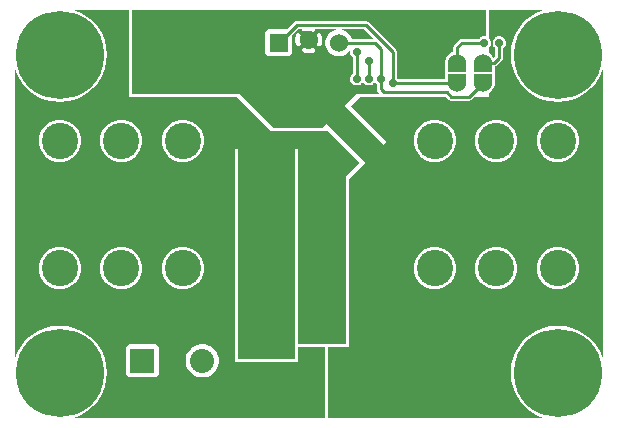
<source format=gbr>
G04 start of page 3 for group 1 idx 1 *
G04 Title: (unknown), solder *
G04 Creator: pcb 20140316 *
G04 CreationDate: Sun 30 Dec 2018 08:06:51 PM GMT UTC *
G04 For: railfan *
G04 Format: Gerber/RS-274X *
G04 PCB-Dimensions (mil): 2200.00 1600.00 *
G04 PCB-Coordinate-Origin: lower left *
%MOIN*%
%FSLAX25Y25*%
%LNBOTTOM*%
%ADD46C,0.0480*%
%ADD45C,0.1010*%
%ADD44C,0.1285*%
%ADD43C,0.0380*%
%ADD42C,0.0120*%
%ADD41C,0.0280*%
%ADD40R,0.0300X0.0300*%
%ADD39C,0.0800*%
%ADD38C,0.1210*%
%ADD37C,0.2937*%
%ADD36C,0.0600*%
%ADD35C,0.0100*%
%ADD34C,0.0001*%
G54D34*G36*
X110002Y148000D02*X169000D01*
Y139142D01*
X168845Y139180D01*
X168500Y139207D01*
X168155Y139180D01*
X167818Y139099D01*
X167498Y138966D01*
X167203Y138785D01*
X166940Y138560D01*
X166717Y138300D01*
X161051D01*
X161000Y138304D01*
X160796Y138288D01*
X160597Y138240D01*
X160408Y138162D01*
X160234Y138055D01*
X160233Y138055D01*
X160078Y137922D01*
X160045Y137883D01*
X158617Y136455D01*
X158578Y136422D01*
X158445Y136266D01*
X158338Y136092D01*
X158260Y135903D01*
X158212Y135704D01*
X158212Y135704D01*
X158196Y135500D01*
X158200Y135449D01*
Y134191D01*
X157678Y133975D01*
X157142Y133646D01*
X156663Y133237D01*
X156254Y132758D01*
X155925Y132222D01*
X155684Y131640D01*
X155537Y131028D01*
X155488Y130400D01*
X155500Y130237D01*
X155509Y127243D01*
X155546Y127090D01*
X155583Y127000D01*
X155546Y126910D01*
X155509Y126757D01*
X155500Y126600D01*
X155505Y124800D01*
X139783D01*
X139560Y125060D01*
X139300Y125283D01*
Y133949D01*
X139304Y134000D01*
X139288Y134204D01*
X139288Y134204D01*
X139240Y134403D01*
X139162Y134592D01*
X139055Y134766D01*
X138922Y134922D01*
X138883Y134955D01*
X129955Y143883D01*
X129922Y143922D01*
X129766Y144055D01*
X129592Y144162D01*
X129403Y144240D01*
X129204Y144288D01*
X129204Y144288D01*
X129000Y144304D01*
X128949Y144300D01*
X110002D01*
Y148000D01*
G37*
G36*
X124700Y132217D02*Y126783D01*
X124440Y126560D01*
X124215Y126297D01*
X124034Y126002D01*
X123901Y125682D01*
X123820Y125345D01*
X123793Y125000D01*
X123820Y124655D01*
X123901Y124318D01*
X124034Y123998D01*
X124215Y123703D01*
X124440Y123440D01*
X124703Y123215D01*
X124998Y123034D01*
X125318Y122901D01*
X125655Y122820D01*
X126000Y122793D01*
X126345Y122820D01*
X126682Y122901D01*
X127002Y123034D01*
X127297Y123215D01*
X127560Y123440D01*
X127785Y123703D01*
X127966Y123998D01*
X128000Y124080D01*
X128034Y123998D01*
X128215Y123703D01*
X128440Y123440D01*
X128703Y123215D01*
X128998Y123034D01*
X129318Y122901D01*
X129655Y122820D01*
X130000Y122793D01*
X130345Y122820D01*
X130682Y122901D01*
X131002Y123034D01*
X131297Y123215D01*
X131560Y123440D01*
X131785Y123703D01*
X131966Y123998D01*
X132000Y124080D01*
X132034Y123998D01*
X132215Y123703D01*
X132440Y123440D01*
X132700Y123217D01*
Y121551D01*
X132696Y121500D01*
X132712Y121296D01*
Y121296D01*
X132724Y121248D01*
X132760Y121097D01*
X132838Y120908D01*
X132945Y120734D01*
X132945Y120733D01*
X133078Y120578D01*
X133117Y120545D01*
X133662Y120000D01*
X126000D01*
X114500Y108500D01*
X113613D01*
Y135853D01*
X113656Y135860D01*
X113768Y135897D01*
X113873Y135952D01*
X113968Y136022D01*
X114051Y136106D01*
X114119Y136202D01*
X114170Y136308D01*
X114318Y136716D01*
X114422Y137137D01*
X114484Y137567D01*
X114505Y138000D01*
X114484Y138433D01*
X114422Y138863D01*
X114318Y139284D01*
X114175Y139694D01*
X114122Y139800D01*
X114053Y139896D01*
X113970Y139981D01*
X113875Y140051D01*
X113769Y140106D01*
X113657Y140143D01*
X113613Y140151D01*
Y141700D01*
X128462D01*
X131862Y138300D01*
X124316D01*
X124293Y138395D01*
X124022Y139049D01*
X123652Y139653D01*
X123192Y140192D01*
X122653Y140652D01*
X122049Y141022D01*
X121395Y141293D01*
X120706Y141458D01*
X120000Y141514D01*
X119294Y141458D01*
X118605Y141293D01*
X117951Y141022D01*
X117347Y140652D01*
X116808Y140192D01*
X116348Y139653D01*
X115978Y139049D01*
X115707Y138395D01*
X115542Y137706D01*
X115486Y137000D01*
X115542Y136294D01*
X115707Y135605D01*
X115978Y134951D01*
X116348Y134347D01*
X116808Y133808D01*
X117347Y133348D01*
X117951Y132978D01*
X118605Y132707D01*
X119294Y132542D01*
X120000Y132486D01*
X120706Y132542D01*
X121395Y132707D01*
X122049Y132978D01*
X122653Y133348D01*
X123192Y133808D01*
X123652Y134347D01*
X123993Y134904D01*
X123901Y134682D01*
X123820Y134345D01*
X123793Y134000D01*
X123820Y133655D01*
X123901Y133318D01*
X124034Y132998D01*
X124215Y132703D01*
X124440Y132440D01*
X124700Y132217D01*
G37*
G36*
X113613Y108500D02*X110002D01*
Y133495D01*
X110433Y133516D01*
X110863Y133578D01*
X111284Y133682D01*
X111694Y133825D01*
X111800Y133878D01*
X111896Y133947D01*
X111981Y134030D01*
X112051Y134125D01*
X112106Y134231D01*
X112143Y134343D01*
X112163Y134460D01*
X112164Y134579D01*
X112146Y134696D01*
X112110Y134809D01*
X112057Y134915D01*
X111988Y135012D01*
X111905Y135096D01*
X111809Y135167D01*
X111704Y135221D01*
X111592Y135259D01*
X111475Y135278D01*
X111356Y135279D01*
X111239Y135261D01*
X111126Y135223D01*
X110855Y135124D01*
X110575Y135056D01*
X110289Y135014D01*
X110002Y135000D01*
Y141000D01*
X110289Y140986D01*
X110575Y140944D01*
X110855Y140876D01*
X111128Y140780D01*
X111239Y140742D01*
X111356Y140725D01*
X111474Y140725D01*
X111591Y140745D01*
X111703Y140782D01*
X111807Y140836D01*
X111902Y140906D01*
X111985Y140991D01*
X112054Y141087D01*
X112107Y141192D01*
X112143Y141305D01*
X112160Y141421D01*
X112159Y141539D01*
X112140Y141656D01*
X112125Y141700D01*
X113613D01*
Y140151D01*
X113540Y140163D01*
X113421Y140164D01*
X113304Y140146D01*
X113191Y140110D01*
X113085Y140057D01*
X112988Y139988D01*
X112904Y139905D01*
X112833Y139809D01*
X112779Y139704D01*
X112741Y139592D01*
X112722Y139475D01*
X112721Y139356D01*
X112739Y139239D01*
X112777Y139126D01*
X112876Y138855D01*
X112944Y138575D01*
X112986Y138289D01*
X113000Y138000D01*
X112986Y137711D01*
X112944Y137425D01*
X112876Y137145D01*
X112780Y136872D01*
X112742Y136761D01*
X112725Y136644D01*
X112725Y136526D01*
X112745Y136409D01*
X112782Y136297D01*
X112836Y136193D01*
X112906Y136098D01*
X112991Y136015D01*
X113087Y135946D01*
X113192Y135893D01*
X113305Y135857D01*
X113421Y135840D01*
X113539Y135841D01*
X113613Y135853D01*
Y108500D01*
G37*
G36*
X106387Y148000D02*X110002D01*
Y144300D01*
X106387D01*
Y148000D01*
G37*
G36*
X110002Y108500D02*X106387D01*
Y135849D01*
X106460Y135837D01*
X106579Y135836D01*
X106696Y135854D01*
X106809Y135890D01*
X106915Y135943D01*
X107012Y136012D01*
X107096Y136095D01*
X107167Y136191D01*
X107221Y136296D01*
X107259Y136408D01*
X107278Y136525D01*
X107279Y136644D01*
X107261Y136761D01*
X107223Y136874D01*
X107124Y137145D01*
X107056Y137425D01*
X107014Y137711D01*
X107000Y138000D01*
X107014Y138289D01*
X107056Y138575D01*
X107124Y138855D01*
X107220Y139128D01*
X107258Y139239D01*
X107275Y139356D01*
X107275Y139474D01*
X107255Y139591D01*
X107218Y139703D01*
X107164Y139807D01*
X107094Y139902D01*
X107009Y139985D01*
X106913Y140054D01*
X106808Y140107D01*
X106695Y140143D01*
X106579Y140160D01*
X106461Y140159D01*
X106387Y140147D01*
Y141548D01*
X106538Y141700D01*
X107871D01*
X107857Y141657D01*
X107837Y141540D01*
X107836Y141421D01*
X107854Y141304D01*
X107890Y141191D01*
X107943Y141085D01*
X108012Y140988D01*
X108095Y140904D01*
X108191Y140833D01*
X108296Y140779D01*
X108408Y140741D01*
X108525Y140722D01*
X108644Y140721D01*
X108761Y140739D01*
X108874Y140777D01*
X109145Y140876D01*
X109425Y140944D01*
X109711Y140986D01*
X110000Y141000D01*
X110002Y141000D01*
Y135000D01*
X110000Y135000D01*
X109711Y135014D01*
X109425Y135056D01*
X109145Y135124D01*
X108872Y135220D01*
X108761Y135258D01*
X108644Y135275D01*
X108526Y135275D01*
X108409Y135255D01*
X108297Y135218D01*
X108193Y135164D01*
X108098Y135094D01*
X108015Y135009D01*
X107946Y134913D01*
X107893Y134808D01*
X107857Y134695D01*
X107840Y134579D01*
X107841Y134461D01*
X107860Y134344D01*
X107897Y134232D01*
X107952Y134127D01*
X108022Y134032D01*
X108106Y133949D01*
X108202Y133881D01*
X108308Y133830D01*
X108716Y133682D01*
X109137Y133578D01*
X109567Y133516D01*
X110000Y133495D01*
X110002Y133495D01*
Y108500D01*
G37*
G36*
X106387D02*X98500D01*
X87000Y120000D01*
X51000D01*
Y148000D01*
X106387D01*
Y144300D01*
X106051D01*
X106000Y144304D01*
X105796Y144288D01*
X105597Y144240D01*
X105408Y144162D01*
X105234Y144055D01*
X105233Y144055D01*
X105078Y143922D01*
X105045Y143883D01*
X102661Y141499D01*
X96765Y141486D01*
X96535Y141431D01*
X96317Y141341D01*
X96116Y141217D01*
X95936Y141064D01*
X95783Y140884D01*
X95659Y140683D01*
X95569Y140465D01*
X95514Y140235D01*
X95500Y140000D01*
X95514Y133765D01*
X95569Y133535D01*
X95659Y133317D01*
X95783Y133116D01*
X95936Y132936D01*
X96116Y132783D01*
X96317Y132659D01*
X96535Y132569D01*
X96765Y132514D01*
X97000Y132500D01*
X103235Y132514D01*
X103465Y132569D01*
X103683Y132659D01*
X103884Y132783D01*
X104064Y132936D01*
X104217Y133116D01*
X104341Y133317D01*
X104431Y133535D01*
X104486Y133765D01*
X104500Y134000D01*
X104487Y139649D01*
X106387Y141548D01*
Y140147D01*
X106344Y140140D01*
X106232Y140103D01*
X106127Y140048D01*
X106032Y139978D01*
X105949Y139894D01*
X105881Y139798D01*
X105830Y139692D01*
X105682Y139284D01*
X105578Y138863D01*
X105516Y138433D01*
X105495Y138000D01*
X105516Y137567D01*
X105578Y137137D01*
X105682Y136716D01*
X105825Y136306D01*
X105878Y136200D01*
X105947Y136104D01*
X106030Y136019D01*
X106125Y135949D01*
X106231Y135894D01*
X106343Y135857D01*
X106387Y135849D01*
Y108500D01*
G37*
G36*
X131000Y95000D02*X115000Y111000D01*
X121000Y117000D01*
X137000Y101000D01*
X131000Y95000D01*
G37*
G36*
X106500Y35500D02*X115500D01*
Y12000D01*
X74492D01*
Y25484D01*
X74500Y25483D01*
X75363Y25551D01*
X76205Y25753D01*
X77005Y26084D01*
X77743Y26537D01*
X78401Y27099D01*
X78963Y27757D01*
X79416Y28495D01*
X79747Y29295D01*
X79949Y30137D01*
X80000Y31000D01*
X79949Y31863D01*
X79747Y32705D01*
X79416Y33505D01*
X78963Y34243D01*
X78401Y34901D01*
X77743Y35463D01*
X77005Y35916D01*
X76205Y36247D01*
X75363Y36449D01*
X74500Y36517D01*
X74492Y36516D01*
Y59100D01*
X74726Y59665D01*
X74985Y60744D01*
X75050Y61850D01*
X74985Y62956D01*
X74726Y64035D01*
X74492Y64600D01*
Y101600D01*
X74726Y102165D01*
X74985Y103244D01*
X75050Y104350D01*
X74985Y105456D01*
X74726Y106535D01*
X74492Y107100D01*
Y119000D01*
X86000D01*
X97500Y107500D01*
X116500D01*
X127000Y97000D01*
X122500Y92500D01*
Y36500D01*
X106500D01*
Y101500D01*
X105500D01*
Y31500D01*
X86500D01*
Y101500D01*
X85500D01*
Y30500D01*
X106500D01*
Y35500D01*
G37*
G36*
X74492Y107100D02*X74301Y107561D01*
X73721Y108507D01*
X73000Y109350D01*
X72157Y110071D01*
X71211Y110651D01*
X70185Y111076D01*
X69106Y111335D01*
X68000Y111422D01*
X67989Y111421D01*
Y119000D01*
X74492D01*
Y107100D01*
G37*
G36*
Y64600D02*X74301Y65061D01*
X73721Y66007D01*
X73000Y66850D01*
X72157Y67571D01*
X71211Y68151D01*
X70185Y68576D01*
X69106Y68835D01*
X68000Y68922D01*
X67989Y68921D01*
Y97279D01*
X68000Y97278D01*
X69106Y97365D01*
X70185Y97624D01*
X71211Y98049D01*
X72157Y98629D01*
X73000Y99350D01*
X73721Y100193D01*
X74301Y101139D01*
X74492Y101600D01*
Y64600D01*
G37*
G36*
Y12000D02*X67989D01*
Y54779D01*
X68000Y54778D01*
X69106Y54865D01*
X70185Y55124D01*
X71211Y55549D01*
X72157Y56129D01*
X73000Y56850D01*
X73721Y57693D01*
X74301Y58639D01*
X74492Y59100D01*
Y36516D01*
X73637Y36449D01*
X72795Y36247D01*
X71995Y35916D01*
X71257Y35463D01*
X70599Y34901D01*
X70037Y34243D01*
X69584Y33505D01*
X69253Y32705D01*
X69051Y31863D01*
X68983Y31000D01*
X69051Y30137D01*
X69253Y29295D01*
X69584Y28495D01*
X70037Y27757D01*
X70599Y27099D01*
X71257Y26537D01*
X71995Y26084D01*
X72795Y25753D01*
X73637Y25551D01*
X74492Y25484D01*
Y12000D01*
G37*
G36*
X67989D02*X54500D01*
Y25507D01*
X58735Y25514D01*
X58965Y25569D01*
X59183Y25659D01*
X59384Y25783D01*
X59564Y25936D01*
X59717Y26116D01*
X59841Y26317D01*
X59931Y26535D01*
X59986Y26765D01*
X60000Y27000D01*
X59986Y35235D01*
X59931Y35465D01*
X59841Y35683D01*
X59717Y35884D01*
X59564Y36064D01*
X59384Y36217D01*
X59183Y36341D01*
X58965Y36431D01*
X58735Y36486D01*
X58500Y36500D01*
X54500Y36493D01*
Y61003D01*
X54550Y61850D01*
X54500Y62697D01*
Y103503D01*
X54550Y104350D01*
X54500Y105197D01*
Y119000D01*
X67989D01*
Y111421D01*
X66894Y111335D01*
X65815Y111076D01*
X64789Y110651D01*
X63843Y110071D01*
X63000Y109350D01*
X62279Y108507D01*
X61699Y107561D01*
X61274Y106535D01*
X61015Y105456D01*
X60928Y104350D01*
X61015Y103244D01*
X61274Y102165D01*
X61699Y101139D01*
X62279Y100193D01*
X63000Y99350D01*
X63843Y98629D01*
X64789Y98049D01*
X65815Y97624D01*
X66894Y97365D01*
X67989Y97279D01*
Y68921D01*
X66894Y68835D01*
X65815Y68576D01*
X64789Y68151D01*
X63843Y67571D01*
X63000Y66850D01*
X62279Y66007D01*
X61699Y65061D01*
X61274Y64035D01*
X61015Y62956D01*
X60928Y61850D01*
X61015Y60744D01*
X61274Y59665D01*
X61699Y58639D01*
X62279Y57693D01*
X63000Y56850D01*
X63843Y56129D01*
X64789Y55549D01*
X65815Y55124D01*
X66894Y54865D01*
X67989Y54779D01*
Y12000D01*
G37*
G36*
X54500Y105197D02*X54485Y105456D01*
X54226Y106535D01*
X53801Y107561D01*
X53221Y108507D01*
X52500Y109350D01*
X51657Y110071D01*
X50711Y110651D01*
X49685Y111076D01*
X48606Y111335D01*
X47500Y111422D01*
X47489Y111421D01*
Y148000D01*
X50000D01*
Y119000D01*
X54500D01*
Y105197D01*
G37*
G36*
Y62697D02*X54485Y62956D01*
X54226Y64035D01*
X53801Y65061D01*
X53221Y66007D01*
X52500Y66850D01*
X51657Y67571D01*
X50711Y68151D01*
X49685Y68576D01*
X48606Y68835D01*
X47500Y68922D01*
X47489Y68921D01*
Y97279D01*
X47500Y97278D01*
X48606Y97365D01*
X49685Y97624D01*
X50711Y98049D01*
X51657Y98629D01*
X52500Y99350D01*
X53221Y100193D01*
X53801Y101139D01*
X54226Y102165D01*
X54485Y103244D01*
X54500Y103503D01*
Y62697D01*
G37*
G36*
Y12000D02*X47489D01*
Y54779D01*
X47500Y54778D01*
X48606Y54865D01*
X49685Y55124D01*
X50711Y55549D01*
X51657Y56129D01*
X52500Y56850D01*
X53221Y57693D01*
X53801Y58639D01*
X54226Y59665D01*
X54485Y60744D01*
X54500Y61003D01*
Y36493D01*
X50265Y36486D01*
X50035Y36431D01*
X49817Y36341D01*
X49616Y36217D01*
X49436Y36064D01*
X49283Y35884D01*
X49159Y35683D01*
X49069Y35465D01*
X49014Y35235D01*
X49000Y35000D01*
X49014Y26765D01*
X49069Y26535D01*
X49159Y26317D01*
X49283Y26116D01*
X49436Y25936D01*
X49616Y25783D01*
X49817Y25659D01*
X50035Y25569D01*
X50265Y25514D01*
X50500Y25500D01*
X54500Y25507D01*
Y12000D01*
G37*
G36*
X47489D02*X31705D01*
X31862Y12038D01*
X34142Y12982D01*
X36247Y14272D01*
X38124Y15876D01*
X39728Y17753D01*
X41018Y19858D01*
X41962Y22138D01*
X42539Y24539D01*
X42684Y27000D01*
X42539Y29461D01*
X41962Y31862D01*
X41018Y34142D01*
X39728Y36247D01*
X38124Y38124D01*
X36247Y39728D01*
X34142Y41018D01*
X31862Y41962D01*
X29461Y42539D01*
X27000Y42732D01*
X26989Y42732D01*
Y54779D01*
X27000Y54778D01*
X28106Y54865D01*
X29185Y55124D01*
X30211Y55549D01*
X31157Y56129D01*
X32000Y56850D01*
X32721Y57693D01*
X33301Y58639D01*
X33726Y59665D01*
X33985Y60744D01*
X34050Y61850D01*
X33985Y62956D01*
X33726Y64035D01*
X33301Y65061D01*
X32721Y66007D01*
X32000Y66850D01*
X31157Y67571D01*
X30211Y68151D01*
X29185Y68576D01*
X28106Y68835D01*
X27000Y68922D01*
X26989Y68921D01*
Y97279D01*
X27000Y97278D01*
X28106Y97365D01*
X29185Y97624D01*
X30211Y98049D01*
X31157Y98629D01*
X32000Y99350D01*
X32721Y100193D01*
X33301Y101139D01*
X33726Y102165D01*
X33985Y103244D01*
X34050Y104350D01*
X33985Y105456D01*
X33726Y106535D01*
X33301Y107561D01*
X32721Y108507D01*
X32000Y109350D01*
X31157Y110071D01*
X30211Y110651D01*
X29185Y111076D01*
X28106Y111335D01*
X27000Y111422D01*
X26989Y111421D01*
Y117268D01*
X27000Y117268D01*
X29461Y117461D01*
X31862Y118038D01*
X34142Y118982D01*
X36247Y120272D01*
X38124Y121876D01*
X39728Y123753D01*
X41018Y125858D01*
X41962Y128138D01*
X42539Y130539D01*
X42684Y133000D01*
X42539Y135461D01*
X41962Y137862D01*
X41018Y140142D01*
X39728Y142247D01*
X38124Y144124D01*
X36247Y145728D01*
X34142Y147018D01*
X31862Y147962D01*
X31705Y148000D01*
X47489D01*
Y111421D01*
X46394Y111335D01*
X45315Y111076D01*
X44289Y110651D01*
X43343Y110071D01*
X42500Y109350D01*
X41779Y108507D01*
X41199Y107561D01*
X40774Y106535D01*
X40515Y105456D01*
X40428Y104350D01*
X40515Y103244D01*
X40774Y102165D01*
X41199Y101139D01*
X41779Y100193D01*
X42500Y99350D01*
X43343Y98629D01*
X44289Y98049D01*
X45315Y97624D01*
X46394Y97365D01*
X47489Y97279D01*
Y68921D01*
X46394Y68835D01*
X45315Y68576D01*
X44289Y68151D01*
X43343Y67571D01*
X42500Y66850D01*
X41779Y66007D01*
X41199Y65061D01*
X40774Y64035D01*
X40515Y62956D01*
X40428Y61850D01*
X40515Y60744D01*
X40774Y59665D01*
X41199Y58639D01*
X41779Y57693D01*
X42500Y56850D01*
X43343Y56129D01*
X44289Y55549D01*
X45315Y55124D01*
X46394Y54865D01*
X47489Y54779D01*
Y12000D01*
G37*
G36*
X26989Y42732D02*X24539Y42539D01*
X22138Y41962D01*
X19858Y41018D01*
X17753Y39728D01*
X15876Y38124D01*
X14272Y36247D01*
X12982Y34142D01*
X12038Y31862D01*
X12000Y31705D01*
Y128295D01*
X12038Y128138D01*
X12982Y125858D01*
X14272Y123753D01*
X15876Y121876D01*
X17753Y120272D01*
X19858Y118982D01*
X22138Y118038D01*
X24539Y117461D01*
X26989Y117268D01*
Y111421D01*
X25894Y111335D01*
X24815Y111076D01*
X23789Y110651D01*
X22843Y110071D01*
X22000Y109350D01*
X21279Y108507D01*
X20699Y107561D01*
X20274Y106535D01*
X20015Y105456D01*
X19928Y104350D01*
X20015Y103244D01*
X20274Y102165D01*
X20699Y101139D01*
X21279Y100193D01*
X22000Y99350D01*
X22843Y98629D01*
X23789Y98049D01*
X24815Y97624D01*
X25894Y97365D01*
X26989Y97279D01*
Y68921D01*
X25894Y68835D01*
X24815Y68576D01*
X23789Y68151D01*
X22843Y67571D01*
X22000Y66850D01*
X21279Y66007D01*
X20699Y65061D01*
X20274Y64035D01*
X20015Y62956D01*
X19928Y61850D01*
X20015Y60744D01*
X20274Y59665D01*
X20699Y58639D01*
X21279Y57693D01*
X22000Y56850D01*
X22843Y56129D01*
X23789Y55549D01*
X24815Y55124D01*
X25894Y54865D01*
X26989Y54779D01*
Y42732D01*
G37*
G36*
X192989Y117268D02*X193000Y117268D01*
X195461Y117461D01*
X197862Y118038D01*
X200142Y118982D01*
X202247Y120272D01*
X204124Y121876D01*
X205728Y123753D01*
X207018Y125858D01*
X207962Y128138D01*
X208000Y128295D01*
Y31705D01*
X207962Y31862D01*
X207018Y34142D01*
X205728Y36247D01*
X204124Y38124D01*
X202247Y39728D01*
X200142Y41018D01*
X197862Y41962D01*
X195461Y42539D01*
X193000Y42732D01*
X192989Y42732D01*
Y54779D01*
X193000Y54778D01*
X194106Y54865D01*
X195185Y55124D01*
X196211Y55549D01*
X197157Y56129D01*
X198000Y56850D01*
X198721Y57693D01*
X199301Y58639D01*
X199726Y59665D01*
X199985Y60744D01*
X200050Y61850D01*
X199985Y62956D01*
X199726Y64035D01*
X199301Y65061D01*
X198721Y66007D01*
X198000Y66850D01*
X197157Y67571D01*
X196211Y68151D01*
X195185Y68576D01*
X194106Y68835D01*
X193000Y68922D01*
X192989Y68921D01*
Y97279D01*
X193000Y97278D01*
X194106Y97365D01*
X195185Y97624D01*
X196211Y98049D01*
X197157Y98629D01*
X198000Y99350D01*
X198721Y100193D01*
X199301Y101139D01*
X199726Y102165D01*
X199985Y103244D01*
X200050Y104350D01*
X199985Y105456D01*
X199726Y106535D01*
X199301Y107561D01*
X198721Y108507D01*
X198000Y109350D01*
X197157Y110071D01*
X196211Y110651D01*
X195185Y111076D01*
X194106Y111335D01*
X193000Y111422D01*
X192989Y111421D01*
Y117268D01*
G37*
G36*
X172489Y129237D02*X172492Y129238D01*
X172666Y129345D01*
X172822Y129478D01*
X172855Y129517D01*
X174383Y131045D01*
X174422Y131078D01*
X174555Y131233D01*
X174555Y131234D01*
X174662Y131408D01*
X174740Y131597D01*
X174788Y131796D01*
X174804Y132000D01*
X174800Y132051D01*
Y135217D01*
X175060Y135440D01*
X175285Y135703D01*
X175466Y135998D01*
X175599Y136318D01*
X175680Y136655D01*
X175700Y137000D01*
X175680Y137345D01*
X175599Y137682D01*
X175466Y138002D01*
X175285Y138297D01*
X175060Y138560D01*
X174797Y138785D01*
X174502Y138966D01*
X174182Y139099D01*
X173845Y139180D01*
X173500Y139207D01*
X173155Y139180D01*
X172818Y139099D01*
X172498Y138966D01*
X172489Y138961D01*
Y148000D01*
X188295D01*
X188138Y147962D01*
X185858Y147018D01*
X183753Y145728D01*
X181876Y144124D01*
X180272Y142247D01*
X178982Y140142D01*
X178038Y137862D01*
X177461Y135461D01*
X177268Y133000D01*
X177461Y130539D01*
X178038Y128138D01*
X178982Y125858D01*
X180272Y123753D01*
X181876Y121876D01*
X183753Y120272D01*
X185858Y118982D01*
X188138Y118038D01*
X190539Y117461D01*
X192989Y117268D01*
Y111421D01*
X191894Y111335D01*
X190815Y111076D01*
X189789Y110651D01*
X188843Y110071D01*
X188000Y109350D01*
X187279Y108507D01*
X186699Y107561D01*
X186274Y106535D01*
X186015Y105456D01*
X185928Y104350D01*
X186015Y103244D01*
X186274Y102165D01*
X186699Y101139D01*
X187279Y100193D01*
X188000Y99350D01*
X188843Y98629D01*
X189789Y98049D01*
X190815Y97624D01*
X191894Y97365D01*
X192989Y97279D01*
Y68921D01*
X191894Y68835D01*
X190815Y68576D01*
X189789Y68151D01*
X188843Y67571D01*
X188000Y66850D01*
X187279Y66007D01*
X186699Y65061D01*
X186274Y64035D01*
X186015Y62956D01*
X185928Y61850D01*
X186015Y60744D01*
X186274Y59665D01*
X186699Y58639D01*
X187279Y57693D01*
X188000Y56850D01*
X188843Y56129D01*
X189789Y55549D01*
X190815Y55124D01*
X191894Y54865D01*
X192989Y54779D01*
Y42732D01*
X190539Y42539D01*
X188138Y41962D01*
X185858Y41018D01*
X183753Y39728D01*
X181876Y38124D01*
X180272Y36247D01*
X178982Y34142D01*
X178038Y31862D01*
X177461Y29461D01*
X177268Y27000D01*
X177461Y24539D01*
X178038Y22138D01*
X178982Y19858D01*
X180272Y17753D01*
X181876Y15876D01*
X183753Y14272D01*
X185858Y12982D01*
X188138Y12038D01*
X188295Y12000D01*
X172489D01*
Y54779D01*
X172500Y54778D01*
X173606Y54865D01*
X174685Y55124D01*
X175711Y55549D01*
X176657Y56129D01*
X177500Y56850D01*
X178221Y57693D01*
X178801Y58639D01*
X179226Y59665D01*
X179485Y60744D01*
X179550Y61850D01*
X179485Y62956D01*
X179226Y64035D01*
X178801Y65061D01*
X178221Y66007D01*
X177500Y66850D01*
X176657Y67571D01*
X175711Y68151D01*
X174685Y68576D01*
X173606Y68835D01*
X172500Y68922D01*
X172489Y68921D01*
Y97279D01*
X172500Y97278D01*
X173606Y97365D01*
X174685Y97624D01*
X175711Y98049D01*
X176657Y98629D01*
X177500Y99350D01*
X178221Y100193D01*
X178801Y101139D01*
X179226Y102165D01*
X179485Y103244D01*
X179550Y104350D01*
X179485Y105456D01*
X179226Y106535D01*
X178801Y107561D01*
X178221Y108507D01*
X177500Y109350D01*
X176657Y110071D01*
X175711Y110651D01*
X174685Y111076D01*
X173606Y111335D01*
X172500Y111422D01*
X172489Y111421D01*
Y129237D01*
G37*
G36*
Y138961D02*X172203Y138785D01*
X171940Y138560D01*
X171715Y138297D01*
X171534Y138002D01*
X171401Y137682D01*
X171320Y137345D01*
X171293Y137000D01*
X171320Y136655D01*
X171401Y136318D01*
X171534Y135998D01*
X171715Y135703D01*
X171940Y135440D01*
X172200Y135217D01*
Y132538D01*
X171665Y132004D01*
X171575Y132222D01*
X171246Y132758D01*
X170837Y133237D01*
X170358Y133646D01*
X170000Y133866D01*
Y135388D01*
X170060Y135440D01*
X170285Y135703D01*
X170466Y135998D01*
X170599Y136318D01*
X170680Y136655D01*
X170700Y137000D01*
X170680Y137345D01*
X170599Y137682D01*
X170466Y138002D01*
X170285Y138297D01*
X170060Y138560D01*
X170000Y138612D01*
Y148000D01*
X172489D01*
Y138961D01*
G37*
G36*
X151989Y119000D02*X155662D01*
X156545Y118117D01*
X156578Y118078D01*
X156733Y117945D01*
X156734Y117945D01*
X156908Y117838D01*
X157097Y117760D01*
X157248Y117724D01*
X157296Y117712D01*
X157296D01*
X157500Y117696D01*
X157551Y117700D01*
X163349D01*
X163400Y117696D01*
X163604Y117712D01*
X163604Y117712D01*
X163803Y117760D01*
X163992Y117838D01*
X164166Y117945D01*
X164322Y118078D01*
X164355Y118117D01*
X165238Y119000D01*
X170000D01*
Y120134D01*
X170358Y120354D01*
X170837Y120763D01*
X171246Y121242D01*
X171575Y121778D01*
X171816Y122360D01*
X171963Y122972D01*
X171991Y123443D01*
X171991Y123443D01*
X172000Y123600D01*
X171991Y126757D01*
X171954Y126910D01*
X171917Y127000D01*
X171954Y127090D01*
X171991Y127243D01*
X172000Y127400D01*
X171995Y129103D01*
X172104Y129112D01*
X172104Y129112D01*
X172303Y129160D01*
X172489Y129237D01*
Y111421D01*
X171394Y111335D01*
X170315Y111076D01*
X169289Y110651D01*
X168343Y110071D01*
X167500Y109350D01*
X166779Y108507D01*
X166199Y107561D01*
X165774Y106535D01*
X165515Y105456D01*
X165428Y104350D01*
X165515Y103244D01*
X165774Y102165D01*
X166199Y101139D01*
X166779Y100193D01*
X167500Y99350D01*
X168343Y98629D01*
X169289Y98049D01*
X170315Y97624D01*
X171394Y97365D01*
X172489Y97279D01*
Y68921D01*
X171394Y68835D01*
X170315Y68576D01*
X169289Y68151D01*
X168343Y67571D01*
X167500Y66850D01*
X166779Y66007D01*
X166199Y65061D01*
X165774Y64035D01*
X165515Y62956D01*
X165428Y61850D01*
X165515Y60744D01*
X165774Y59665D01*
X166199Y58639D01*
X166779Y57693D01*
X167500Y56850D01*
X168343Y56129D01*
X169289Y55549D01*
X170315Y55124D01*
X171394Y54865D01*
X172489Y54779D01*
Y12000D01*
X151989D01*
Y54779D01*
X152000Y54778D01*
X153106Y54865D01*
X154185Y55124D01*
X155211Y55549D01*
X156157Y56129D01*
X157000Y56850D01*
X157721Y57693D01*
X158301Y58639D01*
X158726Y59665D01*
X158985Y60744D01*
X159050Y61850D01*
X158985Y62956D01*
X158726Y64035D01*
X158301Y65061D01*
X157721Y66007D01*
X157000Y66850D01*
X156157Y67571D01*
X155211Y68151D01*
X154185Y68576D01*
X153106Y68835D01*
X152000Y68922D01*
X151989Y68921D01*
Y97279D01*
X152000Y97278D01*
X153106Y97365D01*
X154185Y97624D01*
X155211Y98049D01*
X156157Y98629D01*
X157000Y99350D01*
X157721Y100193D01*
X158301Y101139D01*
X158726Y102165D01*
X158985Y103244D01*
X159050Y104350D01*
X158985Y105456D01*
X158726Y106535D01*
X158301Y107561D01*
X157721Y108507D01*
X157000Y109350D01*
X156157Y110071D01*
X155211Y110651D01*
X154185Y111076D01*
X153106Y111335D01*
X152000Y111422D01*
X151989Y111421D01*
Y119000D01*
G37*
G36*
X116500Y35500D02*X123500D01*
Y91500D01*
X136000Y104000D01*
X124000Y116000D01*
X127000Y119000D01*
X151989D01*
Y111421D01*
X150894Y111335D01*
X149815Y111076D01*
X148789Y110651D01*
X147843Y110071D01*
X147000Y109350D01*
X146279Y108507D01*
X145699Y107561D01*
X145274Y106535D01*
X145015Y105456D01*
X144928Y104350D01*
X145015Y103244D01*
X145274Y102165D01*
X145699Y101139D01*
X146279Y100193D01*
X147000Y99350D01*
X147843Y98629D01*
X148789Y98049D01*
X149815Y97624D01*
X150894Y97365D01*
X151989Y97279D01*
Y68921D01*
X150894Y68835D01*
X149815Y68576D01*
X148789Y68151D01*
X147843Y67571D01*
X147000Y66850D01*
X146279Y66007D01*
X145699Y65061D01*
X145274Y64035D01*
X145015Y62956D01*
X144928Y61850D01*
X145015Y60744D01*
X145274Y59665D01*
X145699Y58639D01*
X146279Y57693D01*
X147000Y56850D01*
X147843Y56129D01*
X148789Y55549D01*
X149815Y55124D01*
X150894Y54865D01*
X151989Y54779D01*
Y12000D01*
X116500D01*
Y35500D01*
G37*
G54D35*X135000Y120500D02*X134000Y121500D01*
X138000Y123500D02*X159500D01*
X157500Y119000D02*X156000Y120500D01*
X135000D02*X156000D01*
X168000Y123600D02*X163400Y119000D01*
X157500D01*
X168500Y137000D02*X161000D01*
X159500Y135500D01*
Y130400D01*
X168000D02*X171900D01*
X173500Y132000D01*
Y137000D01*
X120000D02*X132000D01*
X126000Y134000D02*Y125000D01*
X129000Y143000D02*X106000D01*
X138000Y134000D02*X129000Y143000D01*
X138000Y134000D02*Y123500D01*
X134000Y135000D02*X132000Y137000D01*
X130000Y131000D02*Y125000D01*
X106000Y143000D02*X100000Y137000D01*
X134000Y135000D02*Y121500D01*
G54D36*X110000Y138000D03*
X120000Y137000D03*
G54D34*G36*
X97000Y140000D02*Y134000D01*
X103000D01*
Y140000D01*
X97000D01*
G37*
G54D37*X27000Y133000D03*
G54D38*X68000Y104350D03*
X47500D03*
X27000D03*
G54D37*Y27000D03*
G54D38*X68000Y61850D03*
X47500D03*
X27000D03*
G54D34*G36*
X50500Y35000D02*Y27000D01*
X58500D01*
Y35000D01*
X50500D01*
G37*
G54D39*X74500Y31000D03*
G54D37*X193000Y27000D03*
G54D38*Y61850D03*
X172500D03*
X152000D03*
G54D37*X193000Y133000D03*
G54D38*Y104350D03*
X172500D03*
X152000D03*
G54D36*X159500Y130400D03*
G54D40*X158000Y128900D02*X161000D01*
G54D36*X159500Y123600D03*
G54D40*X158000Y125100D02*X161000D01*
G54D36*X168000Y123600D03*
G54D40*X166500Y125100D02*X169500D01*
G54D36*X168000Y130400D03*
G54D40*X166500Y128900D02*X169500D01*
G54D41*X134000Y125000D03*
X126000Y134000D03*
Y125000D03*
X130000D03*
Y131000D03*
X138000Y123500D03*
X155906Y135000D03*
X168500Y137000D03*
X173500D03*
X79500Y130000D03*
X124000Y96500D03*
X111000Y122500D03*
X102000D03*
X84500Y111000D03*
X87000Y113500D03*
X121500Y93890D03*
X128500Y100890D03*
X131000Y103500D03*
X138500Y34000D03*
X119000Y38500D03*
X110000D03*
X114500D03*
X134000Y34000D03*
X106500Y27000D03*
X90000Y33500D03*
X101000D03*
X143000Y34000D03*
G54D42*G54D43*G54D44*G54D45*G54D44*G54D45*G54D46*G54D44*G54D45*G54D44*G54D45*M02*

</source>
